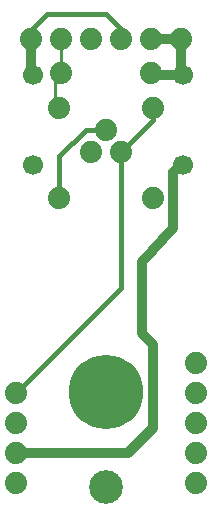
<source format=gbl>
G75*
%MOIN*%
%OFA0B0*%
%FSLAX24Y24*%
%IPPOS*%
%LPD*%
%AMOC8*
5,1,8,0,0,1.08239X$1,22.5*
%
%ADD10C,0.0740*%
%ADD11C,0.0669*%
%ADD12C,0.2480*%
%ADD13C,0.1122*%
%ADD14C,0.0320*%
%ADD15C,0.0160*%
%ADD16C,0.0100*%
D10*
X001037Y001006D03*
X001037Y002006D03*
X001037Y003006D03*
X001037Y004006D03*
X002462Y010521D03*
X003537Y012049D03*
X004037Y012799D03*
X004537Y012049D03*
X005612Y013521D03*
X005537Y014667D03*
X005537Y015824D03*
X004537Y015824D03*
X003537Y015824D03*
X002537Y015824D03*
X002537Y014667D03*
X002462Y013521D03*
X001537Y015824D03*
X005612Y010521D03*
X006537Y015824D03*
X007037Y005006D03*
X007037Y004006D03*
X007037Y003006D03*
X007037Y002006D03*
X007037Y001006D03*
D11*
X006600Y011600D03*
X006600Y014600D03*
X001600Y014600D03*
X001600Y011600D03*
D12*
X004037Y004057D03*
D13*
X004037Y000887D03*
D14*
X004761Y002006D02*
X001037Y002006D01*
X004761Y002006D02*
X005612Y002856D01*
X005612Y005612D01*
X005218Y006006D01*
X005218Y008368D01*
X006281Y009529D01*
X006281Y011380D01*
X006600Y011600D01*
X006600Y014600D02*
X005604Y014600D01*
X005537Y014667D01*
X005537Y015824D02*
X006537Y015824D01*
X006537Y014663D01*
X006600Y014600D01*
X001600Y014600D02*
X001537Y014663D01*
X001537Y015824D01*
D15*
X001537Y016104D01*
X002069Y016635D01*
X004037Y016635D01*
X004537Y016135D01*
X004537Y015824D01*
X005612Y013521D02*
X005612Y013124D01*
X004537Y012049D01*
X004537Y007506D01*
X001037Y004006D01*
X002462Y010521D02*
X002462Y011911D01*
X003350Y012799D01*
X004037Y012799D01*
D16*
X002344Y014474D02*
X002537Y014667D01*
X002537Y015824D01*
X002344Y014474D02*
X002344Y013718D01*
X002462Y013521D01*
M02*

</source>
